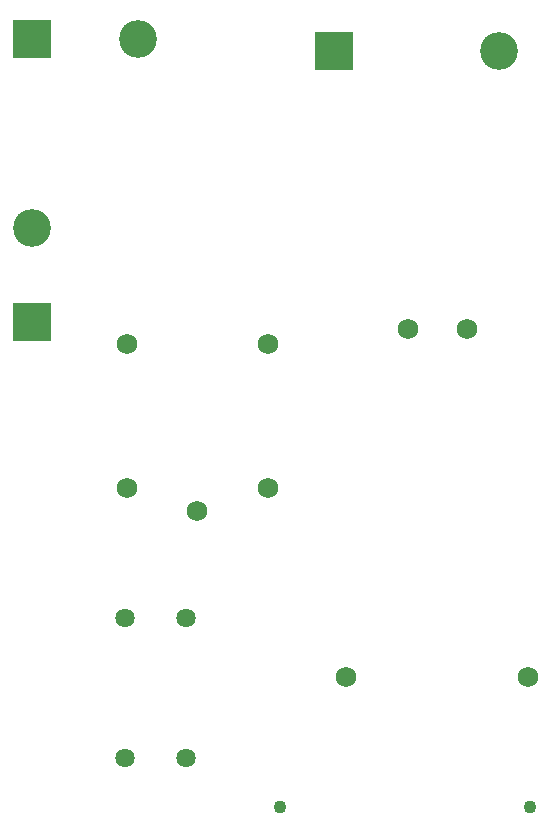
<source format=gbs>
G04*
G04 #@! TF.GenerationSoftware,Altium Limited,Altium Designer,20.0.13 (296)*
G04*
G04 Layer_Color=16711935*
%FSLAX25Y25*%
%MOIN*%
G70*
G01*
G75*
%ADD14C,0.04343*%
%ADD15C,0.06406*%
%ADD16R,0.12611X0.12611*%
%ADD17C,0.12611*%
%ADD18C,0.06800*%
%ADD19R,0.12611X0.12611*%
D14*
X181890Y7874D02*
D03*
X98425D02*
D03*
D15*
X66929Y70866D02*
D03*
Y24016D02*
D03*
X46850Y70866D02*
D03*
Y24016D02*
D03*
D16*
X15748Y263780D02*
D03*
X116299Y259843D02*
D03*
D17*
X51181Y263780D02*
D03*
X15748Y200787D02*
D03*
X171417Y259843D02*
D03*
D18*
X47244Y114173D02*
D03*
X94488D02*
D03*
X70866Y106299D02*
D03*
X47244Y162205D02*
D03*
X94488D02*
D03*
X120473Y51181D02*
D03*
X181103D02*
D03*
X140945Y166929D02*
D03*
X160630D02*
D03*
D19*
X15748Y169291D02*
D03*
M02*

</source>
